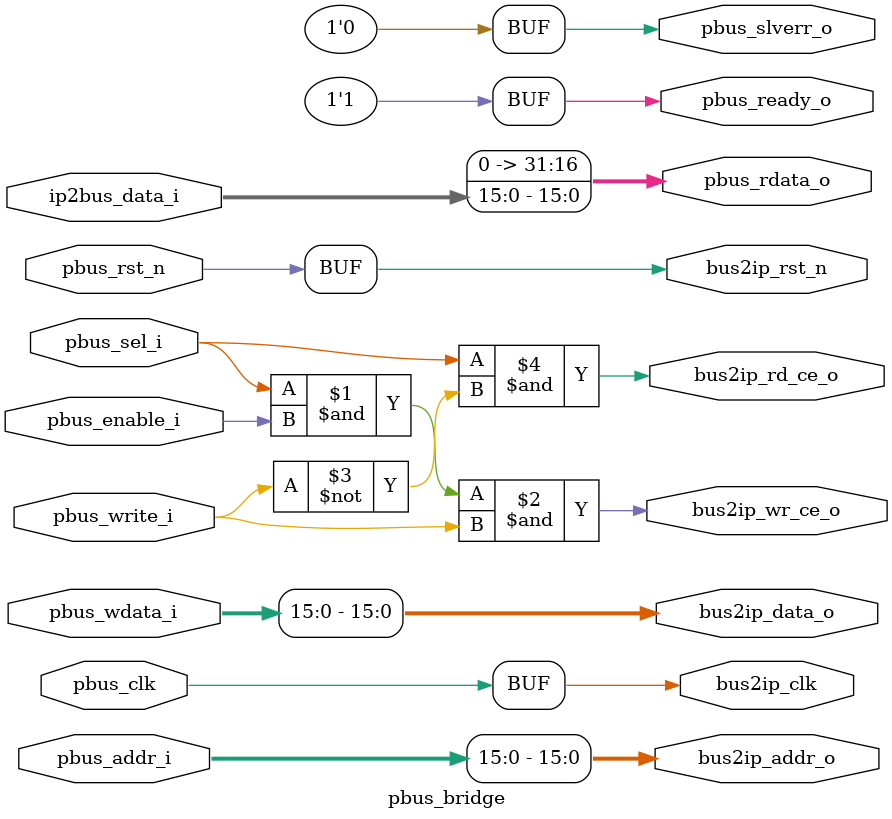
<source format=v>
/*++
//  bridge from apb-like bus to standard ip access bus
--*/

`include "ptpv2_defines.v"

module pbus_bridge (
  //apb-like bus slave interface
  input               pbus_clk,
  input               pbus_rst_n,

  input  [31:0]       pbus_addr_i,
  input               pbus_write_i,
  input               pbus_sel_i,
  input               pbus_enable_i,
  input  [31:0]       pbus_wdata_i,
  output [31:0]       pbus_rdata_o,
  output              pbus_ready_o,
  output              pbus_slverr_o,

  //standard ip access bus interface
  output              bus2ip_clk   ,
  output              bus2ip_rst_n  ,
  output [15:0]       bus2ip_addr_o ,
  output [15:0]       bus2ip_data_o ,
  output              bus2ip_rd_ce_o ,         //active high
  output              bus2ip_wr_ce_o ,         //active high
  input  [15:0]       ip2bus_data_i   
);

  //generate bus control signals
  assign bus2ip_wr_ce_o = pbus_sel_i & pbus_enable_i & pbus_write_i;
  assign bus2ip_rd_ce_o = pbus_sel_i & (~pbus_write_i);

  //pass through signals
  assign bus2ip_clk    = pbus_clk;
  assign bus2ip_rst_n  = pbus_rst_n;
  assign bus2ip_addr_o = pbus_addr_i;
  assign bus2ip_data_o = pbus_wdata_i;

  assign pbus_rdata_o  = ip2bus_data_i;

  //wire to constant
  assign pbus_ready_o  = 1'b1;
  assign pbus_slverr_o = 1'b0;

endmodule


</source>
